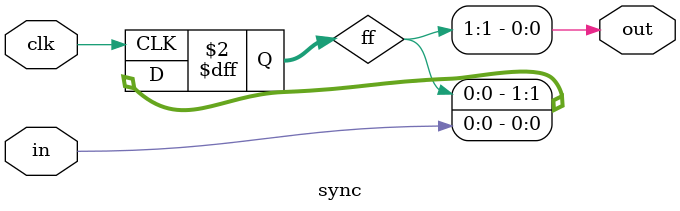
<source format=v>


module sync_68k_bus (
    input       clk,                // destination clock
    input       _reset_in,          // reset
    output      rst_out,
    input       base_decode_in,     // base address strobe
    output      base_decode_out,
    input       _ds_in,             // data strobe
    output      _ds_out,
    input       [11:8]adr_l_in,     // register addresses
    output      [11:8]adr_l_out, 
    input       [7:0]data_in,       // databus
    output      [7:0]data_out      
    );
    
    genvar i;		 
    reg [1:0]rst_ff;
    
    // reset signal
    always @(posedge clk or negedge _reset_in)
    begin
        if(!_reset_in)
            rst_ff[1:0] <= 2'b11; // async assert
        else 
            rst_ff[1:0] <= { rst_ff[0], 1'b0 }; // sync de-assert
    end
    
    // generate local reset
    `ifdef ALTERA_RESERVED_QIS   	 
        global CLK_BUF (
            .in             (rst_ff[1]), 
            .out            (rst_out)
        ); 
    `else
        assign rst_out = rst_ff[1];
    `endif
    
    // base decode
    sync SYNC_BASE ( clk, base_decode_in, base_decode_out  );
    
    // data strobe
    sync SYNC_DS   ( clk, _ds_in, _ds_out );

    // address bus
	generate
        for (i = 8; i <= 11; i = i + 1) 
        begin : gen_adr
	       sync SYNC_ADR (clk, adr_l_in[i], adr_l_out[i]); 
        end
	endgenerate
	
    // data bus
    generate
        for (i = 0; i <= 7; i = i + 1) 
        begin : gen_data
            sync SYNC_DATA (clk, data_in[i], data_out[i]); 
        end
	endgenerate	

endmodule


// synchronizer
module sync (
    input       clk,            // clock to synchronize to
    input       in,             // asynchronous input
    output      out             // synchronized output
    );
    
    reg [1:0]ff;
    
    always @(posedge clk)
        ff[1:0] <= {ff[0], in};
        
    assign out = ff[1];
    
endmodule

</source>
